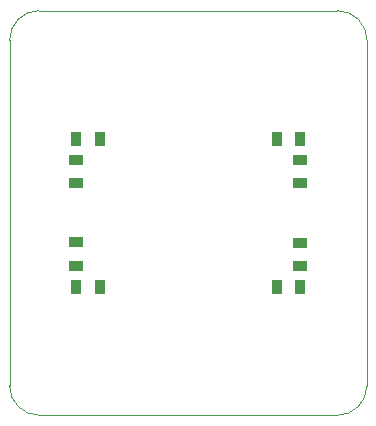
<source format=gbp>
G04*
G04 #@! TF.GenerationSoftware,Altium Limited,Altium Designer,19.1.6 (110)*
G04*
G04 Layer_Color=128*
%FSLAX25Y25*%
%MOIN*%
G70*
G01*
G75*
%ADD12C,0.00394*%
%ADD27R,0.04921X0.03543*%
%ADD28R,0.03543X0.04921*%
D12*
X-49724Y67441D02*
G03*
X-59567Y57598I0J-9843D01*
G01*
Y-57598D02*
G03*
X-49724Y-67441I9843J0D01*
G01*
X49724D02*
G03*
X59567Y-57598I0J9843D01*
G01*
Y57598D02*
G03*
X49724Y67441I-9843J0D01*
G01*
X-49724D02*
X49724D01*
X59567Y-57598D02*
Y57598D01*
X-49724Y-67441D02*
X49724D01*
X-59567Y-57598D02*
Y57598D01*
D27*
X-37402Y17739D02*
D03*
Y9865D02*
D03*
X-37402Y-17716D02*
D03*
Y-9842D02*
D03*
X37401Y-17761D02*
D03*
Y-9887D02*
D03*
X37402Y17716D02*
D03*
Y9842D02*
D03*
D28*
X-37402Y24607D02*
D03*
X-29528D02*
D03*
X-37402Y-24606D02*
D03*
X-29528D02*
D03*
X37402D02*
D03*
X29528D02*
D03*
X37402Y24606D02*
D03*
X29528D02*
D03*
M02*

</source>
